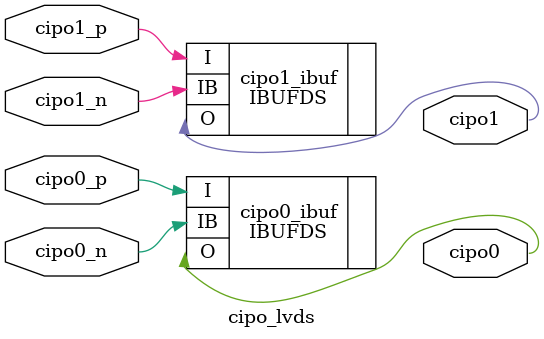
<source format=v>
module cipo_lvds(
    input wire cipo0_p,
    input wire cipo0_n,
    input wire cipo1_p,
    input wire cipo1_n,
    output wire cipo0,
    output wire cipo1
);
IBUFDS #(
    .IOSTANDARD("LVDS_25"),
    .DIFF_TERM("TRUE")
) cipo0_ibuf (
    .I(cipo0_p),
    .IB(cipo0_n),
    .O(cipo0)
);

IBUFDS #(
    .IOSTANDARD("LVDS_25"),
    .DIFF_TERM("TRUE")
) cipo1_ibuf (
    .I(cipo1_p),
    .IB(cipo1_n),
    .O(cipo1)
);


endmodule
</source>
